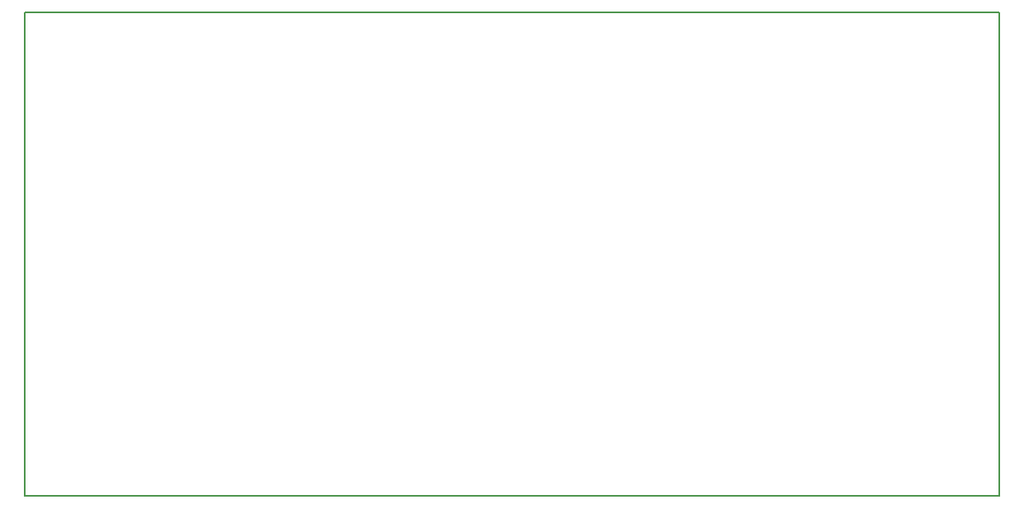
<source format=gm1>
G04 #@! TF.GenerationSoftware,KiCad,Pcbnew,no-vcs-found-7650~57~ubuntu14.04.1*
G04 #@! TF.CreationDate,2017-02-13T23:43:47+01:00*
G04 #@! TF.ProjectId,Wifi_PB,576966695F50422E6B696361645F7063,V0.1*
G04 #@! TF.FileFunction,Profile,NP*
%FSLAX46Y46*%
G04 Gerber Fmt 4.6, Leading zero omitted, Abs format (unit mm)*
G04 Created by KiCad (PCBNEW no-vcs-found-7650~57~ubuntu14.04.1) date Mon Feb 13 23:43:47 2017*
%MOMM*%
%LPD*%
G01*
G04 APERTURE LIST*
%ADD10C,0.100000*%
%ADD11C,0.150000*%
G04 APERTURE END LIST*
D10*
D11*
X54000000Y-84700000D02*
X54000000Y-35000000D01*
X154000000Y-84700000D02*
X54000000Y-84700000D01*
X154000000Y-35000000D02*
X154000000Y-84700000D01*
X54000000Y-35000000D02*
X154000000Y-35000000D01*
M02*

</source>
